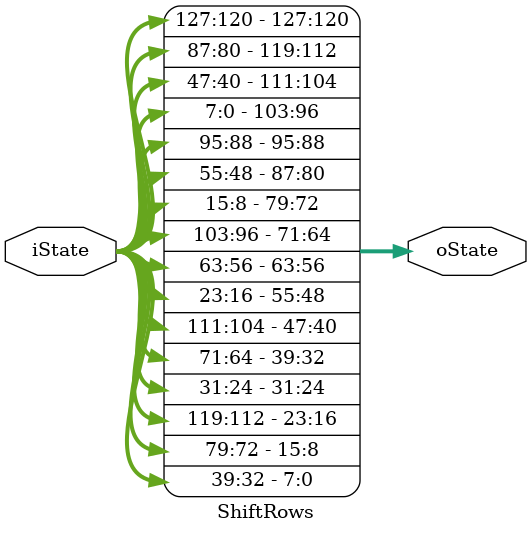
<source format=sv>
`timescale 1ns / 1ps

module ShiftRows(
    input logic[127 : 0] iState,
    output logic[127 : 0] oState
  );

  always_comb
  begin
    /* column 0 no change */
    oState[120+:8] = iState[120+:8];
    oState[88+:8] = iState[88+:8];
    oState[56+:8] = iState[56+:8];
    oState[24+:8] = iState[24+:8];

    /*2nd column , column 1 , 1 shift up */
    oState [112+:8] = iState[80+:8];
    oState [80+:8] = iState[48+:8];
    oState [48+:8] = iState[16+:8];
    oState [16+:8] = iState[112+:8];

    /*3rd column , column 2 , 2 shifts up */
    oState [104+:8] = iState[40+:8];
    oState [72+:8] = iState[8+:8];
    oState [40+:8] = iState[104+:8];
    oState [8+:8] = iState[72+:8];

    /*4th column , column 3 , 3 shifts up */
    oState [96+:8] = iState[0+:8];
    oState [64+:8] = iState[96+:8];
    oState [32+:8] = iState[64+:8];
    oState [0+:8] = iState[32+:8];
  end;
endmodule

</source>
